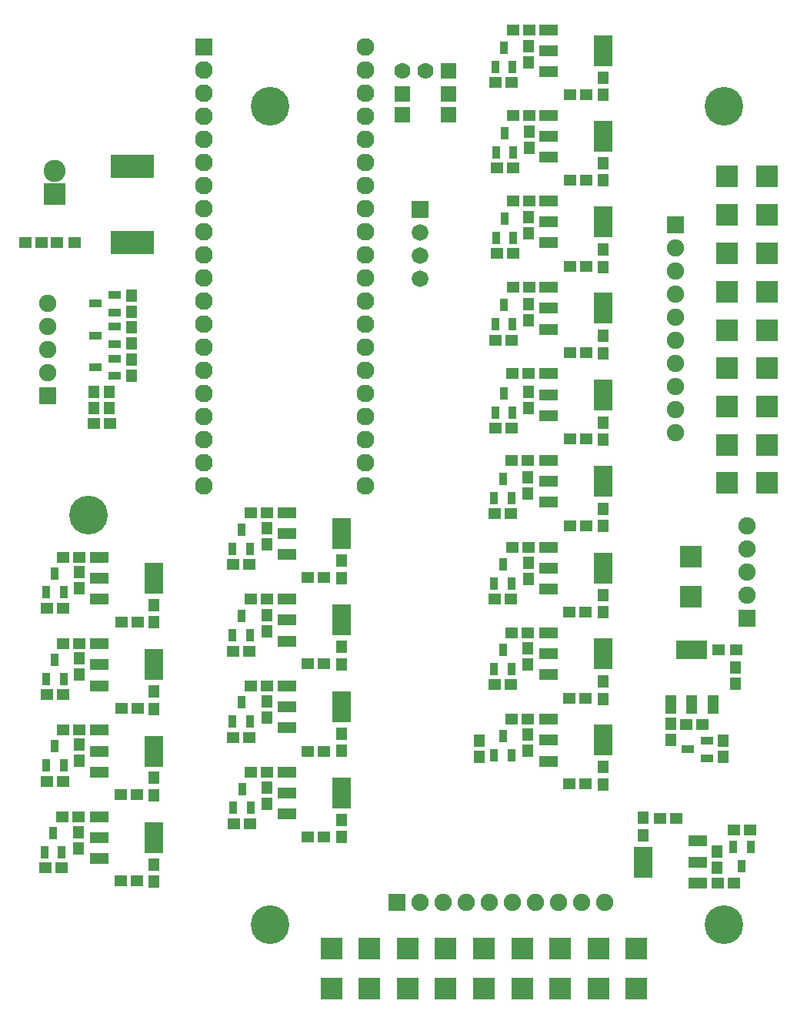
<source format=gbr>
G04 DesignSpark PCB PRO Gerber Version 10.0 Build 5299*
G04 #@! TF.Part,Single*
G04 #@! TF.FileFunction,Soldermask,Top*
G04 #@! TF.FilePolarity,Negative*
%FSLAX35Y35*%
%MOIN*%
G04 #@! TA.AperFunction,SMDPad,CuDef*
%ADD150R,0.03559X0.05724*%
%ADD154R,0.04543X0.08087*%
%ADD99R,0.05724X0.03559*%
%ADD151R,0.08087X0.04543*%
%ADD100R,0.04937X0.05291*%
%ADD153R,0.05134X0.05724*%
%ADD168R,0.06500X0.07000*%
%ADD152R,0.08087X0.13598*%
%ADD101R,0.05291X0.04937*%
%ADD156R,0.05724X0.05134*%
%ADD155R,0.13598X0.08087*%
%ADD163R,0.09465X0.09661*%
%ADD162R,0.09661X0.09465*%
%ADD157R,0.19110X0.10055*%
G04 #@! TA.AperFunction,ComponentPad*
%ADD160R,0.07000X0.07000*%
%ADD166R,0.07201X0.07201*%
%ADD102R,0.07496X0.07496*%
%ADD164R,0.07693X0.07693*%
%ADD158R,0.09563X0.09563*%
%ADD161C,0.07000*%
%ADD167C,0.07201*%
%ADD103C,0.07496*%
%ADD165C,0.07693*%
%ADD159C,0.09563*%
G04 #@! TA.AperFunction,WasherPad*
%ADD98C,0.16748*%
G04 #@! TD.AperFunction*
X0Y0D02*
D02*
D98*
X59502Y246904D03*
X138242Y69738D03*
Y424069D03*
X335093Y69738D03*
Y424069D03*
D02*
D99*
X62652Y310880D03*
Y324659D03*
Y338439D03*
X70919Y307100D03*
Y314659D03*
Y320880D03*
Y328439D03*
Y334659D03*
Y342219D03*
X319344Y145526D03*
X327612Y141746D03*
Y149305D03*
D02*
D100*
X55368Y102656D03*
Y109656D03*
X55762Y140451D03*
Y147451D03*
Y177852D03*
Y184852D03*
Y215254D03*
Y222254D03*
X62061Y293207D03*
Y300207D03*
X68754Y293207D03*
Y300207D03*
X78203Y307380D03*
Y314380D03*
Y321159D03*
Y328159D03*
Y334939D03*
Y341939D03*
X136864Y121947D03*
Y128947D03*
Y159348D03*
Y166348D03*
Y196750D03*
Y203750D03*
Y234152D03*
Y241152D03*
X228990Y142419D03*
Y149419D03*
X249856Y144781D03*
Y151781D03*
Y182183D03*
Y189183D03*
Y256199D03*
Y263199D03*
X250250Y219191D03*
Y226191D03*
Y293207D03*
Y300207D03*
Y331396D03*
Y338396D03*
Y368797D03*
Y375797D03*
Y442813D03*
Y449813D03*
X250644Y405805D03*
Y412805D03*
X312061Y149506D03*
Y156506D03*
X332140Y94388D03*
Y101388D03*
X334502Y142419D03*
Y149419D03*
X340014Y173915D03*
Y180915D03*
D02*
D101*
X32183Y364817D03*
X39183D03*
X40844Y94344D03*
X41632Y131746D03*
Y169148D03*
Y206549D03*
X47844Y94344D03*
X48325Y116392D03*
X48632Y131746D03*
Y169148D03*
Y206549D03*
X48719Y153793D03*
Y191195D03*
Y228596D03*
X55325Y116392D03*
X55719Y153793D03*
Y191195D03*
Y228596D03*
X62104Y286470D03*
X69104D03*
X73522Y88439D03*
Y125841D03*
X73915Y163242D03*
Y200644D03*
X80522Y88439D03*
Y125841D03*
X80915Y163242D03*
Y200644D03*
X122341Y150644D03*
Y188045D03*
Y225447D03*
X122734Y113242D03*
X129341Y150644D03*
Y188045D03*
Y225447D03*
X129734Y113242D03*
X129821Y135683D03*
Y173085D03*
Y210486D03*
Y247888D03*
X136821Y135683D03*
Y173085D03*
Y210486D03*
Y247888D03*
X154624Y107730D03*
Y144738D03*
Y182533D03*
Y219935D03*
X161624Y107730D03*
Y144738D03*
Y182533D03*
Y219935D03*
X235726Y173478D03*
Y210486D03*
Y247494D03*
X236120Y284502D03*
Y322691D03*
Y434108D03*
X236514Y360093D03*
Y397100D03*
X242726Y173478D03*
Y210486D03*
Y247494D03*
X242813Y158518D03*
Y195919D03*
Y270722D03*
X243120Y284502D03*
Y322691D03*
Y434108D03*
X243207Y232927D03*
Y308124D03*
X243514Y360093D03*
Y397100D03*
X243600Y345526D03*
Y382927D03*
Y419935D03*
Y456943D03*
X249813Y158518D03*
Y195919D03*
Y270722D03*
X250207Y232927D03*
Y308124D03*
X250600Y345526D03*
Y382927D03*
Y419935D03*
Y456943D03*
X268010Y130565D03*
Y167573D03*
Y204974D03*
X268404Y242376D03*
Y279778D03*
Y317179D03*
Y354581D03*
Y391982D03*
Y428990D03*
X275010Y130565D03*
Y167573D03*
Y204974D03*
X275404Y242376D03*
Y279778D03*
Y317179D03*
Y354581D03*
Y391982D03*
Y428990D03*
X307380Y115604D03*
X314380D03*
X318797Y156156D03*
X325797D03*
X332183Y87652D03*
X339183D03*
X339270Y110486D03*
X346270D03*
D02*
D102*
X41982Y298675D03*
X193163Y79384D03*
X314030Y372691D03*
X345132Y202219D03*
D02*
D103*
X41982Y308675D03*
Y318675D03*
Y328675D03*
Y338675D03*
X203163Y79384D03*
X213163D03*
X223163D03*
X233163D03*
X243163D03*
X253163D03*
X263163D03*
X273163D03*
X283163D03*
X314030Y282691D03*
Y292691D03*
Y302691D03*
Y312691D03*
Y322691D03*
Y332691D03*
Y342691D03*
Y352691D03*
Y362691D03*
X345132Y212219D03*
Y222219D03*
Y232219D03*
Y242219D03*
D02*
D150*
X40565Y100841D03*
X41352Y138636D03*
Y176037D03*
Y213439D03*
X44344Y109108D03*
X45132Y146904D03*
Y184305D03*
Y221707D03*
X48124Y100841D03*
X48911Y138636D03*
Y176037D03*
Y213439D03*
X122061Y157533D03*
Y194935D03*
Y232337D03*
X122455Y120132D03*
X125841Y165801D03*
Y203203D03*
Y240604D03*
X126234Y128400D03*
X129620Y157533D03*
Y194935D03*
Y232337D03*
X130014Y120132D03*
X235447Y142967D03*
Y180368D03*
Y217376D03*
Y254384D03*
X235841Y291392D03*
Y329581D03*
Y440998D03*
X236234Y366982D03*
Y403990D03*
X239226Y151234D03*
Y188636D03*
Y225644D03*
Y262652D03*
X239620Y299659D03*
Y337848D03*
Y449266D03*
X240014Y375250D03*
Y412258D03*
X243006Y142967D03*
Y180368D03*
Y217376D03*
Y254384D03*
X243400Y291392D03*
Y329581D03*
Y440998D03*
X243793Y366982D03*
Y403990D03*
X338990Y103203D03*
X342770Y94935D03*
X346549Y103203D03*
D02*
D151*
X64423Y98281D03*
Y107337D03*
Y116392D03*
Y135683D03*
Y144738D03*
Y153793D03*
Y173085D03*
Y182140D03*
Y191195D03*
Y210486D03*
Y219541D03*
Y228596D03*
X145526Y117573D03*
Y126628D03*
Y135683D03*
Y154974D03*
Y164030D03*
Y173085D03*
Y192376D03*
Y201431D03*
Y210486D03*
Y229778D03*
Y238833D03*
Y247888D03*
X258911Y140407D03*
Y149463D03*
Y158518D03*
Y177809D03*
Y186864D03*
Y195919D03*
Y214817D03*
Y223872D03*
Y232927D03*
Y252612D03*
Y261667D03*
Y270722D03*
Y290014D03*
Y299069D03*
Y308124D03*
Y327415D03*
Y336470D03*
Y345526D03*
Y364817D03*
Y373872D03*
Y382927D03*
Y401825D03*
Y410880D03*
Y419935D03*
Y438833D03*
Y447888D03*
Y456943D03*
X323478Y87652D03*
Y96707D03*
Y105762D03*
D02*
D152*
X88045Y107337D03*
Y144738D03*
Y182140D03*
Y219541D03*
X169148Y126628D03*
Y164030D03*
Y201431D03*
Y238833D03*
X282533Y149463D03*
Y186864D03*
Y223872D03*
Y261667D03*
Y299069D03*
Y336470D03*
Y373872D03*
Y410880D03*
Y447888D03*
X299856Y96707D03*
D02*
D153*
X88045Y88242D03*
Y95722D03*
Y125644D03*
Y133124D03*
Y163045D03*
Y170526D03*
Y200447D03*
Y207927D03*
X169148Y107533D03*
Y115014D03*
Y144935D03*
Y152415D03*
Y182337D03*
Y189817D03*
Y219738D03*
Y227219D03*
X282533Y130368D03*
Y137848D03*
Y167376D03*
Y174856D03*
Y204778D03*
Y212258D03*
Y242179D03*
Y249659D03*
Y279581D03*
Y287061D03*
Y316982D03*
Y324463D03*
Y354384D03*
Y361864D03*
Y391785D03*
Y399266D03*
Y428793D03*
Y436274D03*
X299856Y108321D03*
Y115801D03*
D02*
D154*
X312061Y164817D03*
X321116D03*
X330171D03*
D02*
D155*
X321116Y188439D03*
D02*
D156*
X46116Y364817D03*
X53596D03*
X332730Y188439D03*
X340211D03*
D02*
D157*
X78596Y364817D03*
Y397888D03*
D02*
D158*
X45132Y386077D03*
D02*
D159*
Y396077D03*
D02*
D160*
X215604Y439226D03*
D02*
D161*
X195604D03*
X205604D03*
D02*
D162*
X336470Y260880D03*
Y277415D03*
Y293951D03*
Y310486D03*
Y327022D03*
Y343557D03*
Y360093D03*
Y377022D03*
Y393557D03*
X353793Y260880D03*
Y277415D03*
Y293951D03*
Y310486D03*
Y327022D03*
Y343557D03*
Y360093D03*
Y377022D03*
Y393557D03*
D02*
D163*
X164817Y41982D03*
Y59305D03*
X181352Y41982D03*
Y59305D03*
X197888Y41982D03*
Y59305D03*
X214423Y41982D03*
Y59305D03*
X230959Y41982D03*
Y59305D03*
X247494Y41982D03*
Y59305D03*
X264030Y41982D03*
Y59305D03*
X280565Y41982D03*
Y59305D03*
X297100Y41982D03*
Y59305D03*
X320722Y211667D03*
Y228990D03*
D02*
D164*
X109699Y449463D03*
D02*
D165*
Y259463D03*
Y269463D03*
Y279463D03*
Y289463D03*
Y299463D03*
Y309463D03*
Y319463D03*
Y329463D03*
Y339463D03*
Y349463D03*
Y359463D03*
Y369463D03*
Y379463D03*
Y389463D03*
Y399463D03*
Y409463D03*
Y419463D03*
Y429463D03*
Y439463D03*
X179699Y259463D03*
Y269463D03*
Y279463D03*
Y289463D03*
Y299463D03*
Y309463D03*
Y319463D03*
Y329463D03*
Y339463D03*
Y349463D03*
Y359463D03*
Y369463D03*
Y379463D03*
Y389463D03*
Y399463D03*
Y409463D03*
Y419463D03*
Y429463D03*
Y439463D03*
Y449463D03*
D02*
D166*
X203400Y379384D03*
D02*
D167*
Y349384D03*
Y359384D03*
Y369384D03*
D02*
D168*
X195526Y420159D03*
Y429159D03*
X215604Y420159D03*
Y429159D03*
X0Y0D02*
M02*

</source>
